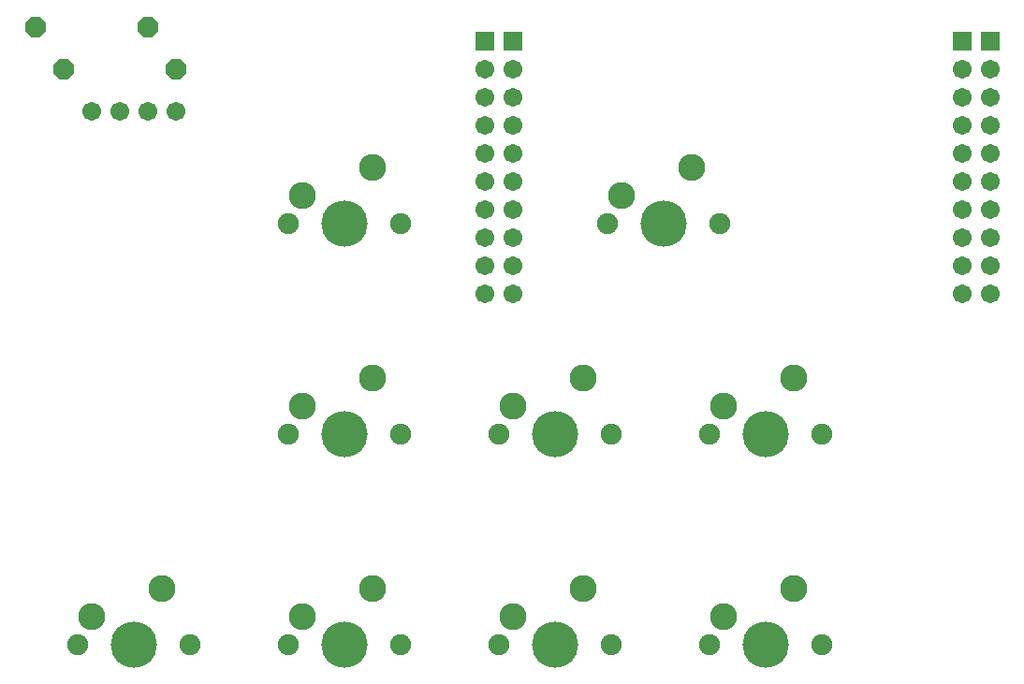
<source format=gbr>
G04 EAGLE Gerber RS-274X export*
G75*
%MOMM*%
%FSLAX34Y34*%
%LPD*%
%INSoldermask Bottom*%
%IPPOS*%
%AMOC8*
5,1,8,0,0,1.08239X$1,22.5*%
G01*
%ADD10C,2.451100*%
%ADD11C,4.191000*%
%ADD12C,1.905000*%
%ADD13P,2.034460X8X202.500000*%
%ADD14R,1.711200X1.711200*%
%ADD15C,1.711200*%


D10*
X593090Y558800D03*
X656590Y584200D03*
D11*
X631190Y533400D03*
D12*
X580390Y533400D03*
X681990Y533400D03*
D10*
X114300Y177800D03*
X177800Y203200D03*
D11*
X152400Y152400D03*
D12*
X101600Y152400D03*
X203200Y152400D03*
D10*
X304800Y558800D03*
X368300Y584200D03*
D11*
X342900Y533400D03*
D12*
X292100Y533400D03*
X393700Y533400D03*
D10*
X495300Y177800D03*
X558800Y203200D03*
D11*
X533400Y152400D03*
D12*
X482600Y152400D03*
X584200Y152400D03*
D10*
X685800Y368300D03*
X749300Y393700D03*
D11*
X723900Y342900D03*
D12*
X673100Y342900D03*
X774700Y342900D03*
D10*
X304800Y368300D03*
X368300Y393700D03*
D11*
X342900Y342900D03*
D12*
X292100Y342900D03*
X393700Y342900D03*
D10*
X304800Y177800D03*
X368300Y203200D03*
D11*
X342900Y152400D03*
D12*
X292100Y152400D03*
X393700Y152400D03*
D13*
X190500Y673100D03*
X88900Y673100D03*
X165100Y711200D03*
X63500Y711200D03*
D10*
X685800Y177800D03*
X749300Y203200D03*
D11*
X723900Y152400D03*
D12*
X673100Y152400D03*
X774700Y152400D03*
D14*
X469900Y698500D03*
D15*
X469900Y673100D03*
X469900Y647700D03*
X469900Y622300D03*
X469900Y596900D03*
X469900Y571500D03*
X469900Y546100D03*
X469900Y520700D03*
X469900Y495300D03*
X469900Y469900D03*
X927100Y469900D03*
X927100Y495300D03*
X927100Y520700D03*
X927100Y546100D03*
X927100Y571500D03*
X927100Y596900D03*
X927100Y622300D03*
X927100Y647700D03*
X927100Y673100D03*
D14*
X927100Y698500D03*
X495300Y698500D03*
D15*
X495300Y673100D03*
X495300Y647700D03*
X495300Y622300D03*
X495300Y596900D03*
X495300Y571500D03*
X495300Y546100D03*
X495300Y520700D03*
X495300Y495300D03*
X495300Y469900D03*
X901700Y469900D03*
X901700Y495300D03*
X901700Y520700D03*
X901700Y546100D03*
X901700Y571500D03*
X901700Y596900D03*
X901700Y622300D03*
X901700Y647700D03*
X901700Y673100D03*
D14*
X901700Y698500D03*
D15*
X114300Y635000D03*
X139700Y635000D03*
X165100Y635000D03*
X190500Y635000D03*
D10*
X495300Y368300D03*
X558800Y393700D03*
D11*
X533400Y342900D03*
D12*
X482600Y342900D03*
X584200Y342900D03*
M02*

</source>
